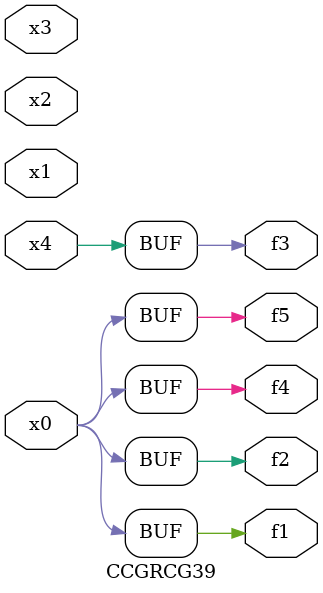
<source format=v>
module CCGRCG39(
	input x0, x1, x2, x3, x4,
	output f1, f2, f3, f4, f5
);
	assign f1 = x0;
	assign f2 = x0;
	assign f3 = x4;
	assign f4 = x0;
	assign f5 = x0;
endmodule

</source>
